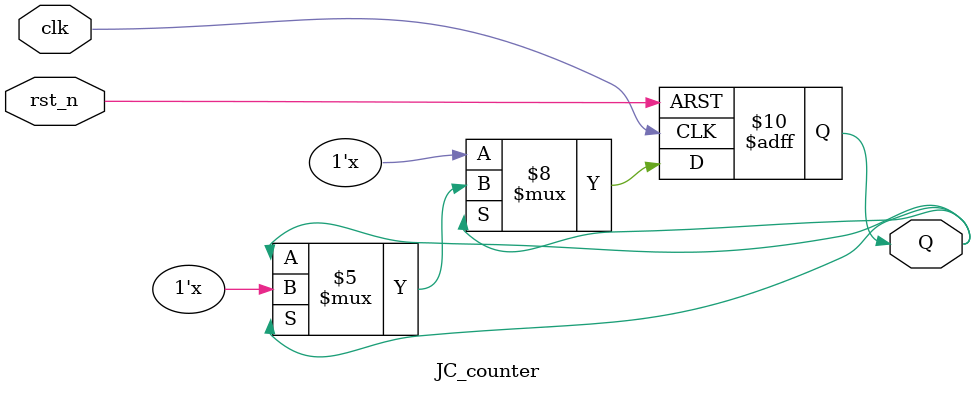
<source format=v>
module JC_counter (
    input                       clk,
    input                        rst_n,
    output reg                    Q  
);

always @(posedge clk or negedge rst_n)
    if (!rst_n) Q <= 'd0;
    else if (~Q[0])  // If the MSB is a '1', then increment by shifting and appending a '1' to it
        Q <= {Q[63:1], ~Q[63:1]};
    else if (Q[0])   // If the MSB is a '0', then decrement by shifting and appending a '0' to it
        Q <= {Q[63:1], Q[63:1]};

endmodule
</source>
